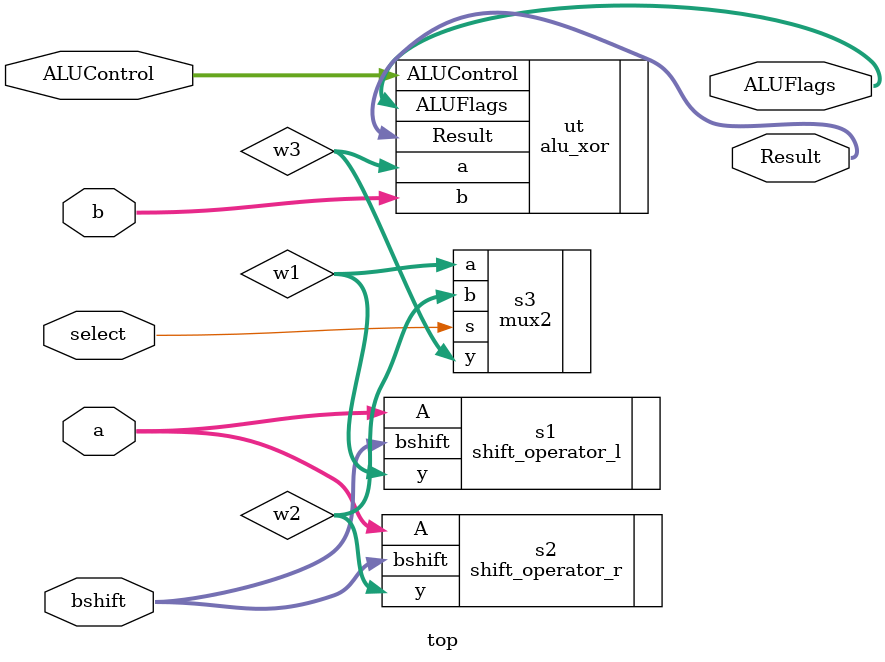
<source format=v>
`timescale 1ns / 1ps


module top(input[4:0] a,b,input [2:0] ALUControl, input [1:0] bshift, input select, output [4:0] Result,
    output wire [3:0] ALUFlags);
    wire [4:0] w1;
    wire [4:0] w2;
    wire [4:0] w3;
    
    shift_operator_l s1(.A(a), .bshift(bshift), .y(w1));
    shift_operator_r s2(.A(a), .bshift(bshift), .y(w2));
    mux2 s3(.a(w1), .b(w2), .s(select), .y(w3));
  alu_xor ut(.a(w3), .b(b), .ALUControl(ALUControl), .Result(Result), .ALUFlags(ALUFlags));
endmodule

</source>
